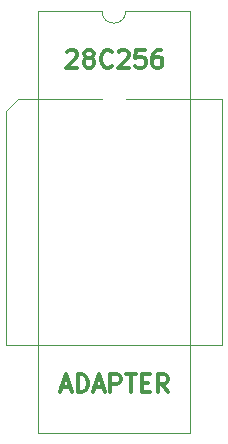
<source format=gbr>
%TF.GenerationSoftware,KiCad,Pcbnew,9.0.5*%
%TF.CreationDate,2025-10-26T17:33:29-05:00*%
%TF.ProjectId,28c256,32386332-3536-42e6-9b69-6361645f7063,rev?*%
%TF.SameCoordinates,Original*%
%TF.FileFunction,Legend,Top*%
%TF.FilePolarity,Positive*%
%FSLAX46Y46*%
G04 Gerber Fmt 4.6, Leading zero omitted, Abs format (unit mm)*
G04 Created by KiCad (PCBNEW 9.0.5) date 2025-10-26 17:33:29*
%MOMM*%
%LPD*%
G01*
G04 APERTURE LIST*
%ADD10C,0.300000*%
%ADD11C,0.120000*%
G04 APERTURE END LIST*
D10*
X126848082Y-108116007D02*
X127562368Y-108116007D01*
X126705225Y-108544578D02*
X127205225Y-107044578D01*
X127205225Y-107044578D02*
X127705225Y-108544578D01*
X128205224Y-108544578D02*
X128205224Y-107044578D01*
X128205224Y-107044578D02*
X128562367Y-107044578D01*
X128562367Y-107044578D02*
X128776653Y-107116007D01*
X128776653Y-107116007D02*
X128919510Y-107258864D01*
X128919510Y-107258864D02*
X128990939Y-107401721D01*
X128990939Y-107401721D02*
X129062367Y-107687435D01*
X129062367Y-107687435D02*
X129062367Y-107901721D01*
X129062367Y-107901721D02*
X128990939Y-108187435D01*
X128990939Y-108187435D02*
X128919510Y-108330292D01*
X128919510Y-108330292D02*
X128776653Y-108473150D01*
X128776653Y-108473150D02*
X128562367Y-108544578D01*
X128562367Y-108544578D02*
X128205224Y-108544578D01*
X129633796Y-108116007D02*
X130348082Y-108116007D01*
X129490939Y-108544578D02*
X129990939Y-107044578D01*
X129990939Y-107044578D02*
X130490939Y-108544578D01*
X130990938Y-108544578D02*
X130990938Y-107044578D01*
X130990938Y-107044578D02*
X131562367Y-107044578D01*
X131562367Y-107044578D02*
X131705224Y-107116007D01*
X131705224Y-107116007D02*
X131776653Y-107187435D01*
X131776653Y-107187435D02*
X131848081Y-107330292D01*
X131848081Y-107330292D02*
X131848081Y-107544578D01*
X131848081Y-107544578D02*
X131776653Y-107687435D01*
X131776653Y-107687435D02*
X131705224Y-107758864D01*
X131705224Y-107758864D02*
X131562367Y-107830292D01*
X131562367Y-107830292D02*
X130990938Y-107830292D01*
X132276653Y-107044578D02*
X133133796Y-107044578D01*
X132705224Y-108544578D02*
X132705224Y-107044578D01*
X133633795Y-107758864D02*
X134133795Y-107758864D01*
X134348081Y-108544578D02*
X133633795Y-108544578D01*
X133633795Y-108544578D02*
X133633795Y-107044578D01*
X133633795Y-107044578D02*
X134348081Y-107044578D01*
X135848081Y-108544578D02*
X135348081Y-107830292D01*
X134990938Y-108544578D02*
X134990938Y-107044578D01*
X134990938Y-107044578D02*
X135562367Y-107044578D01*
X135562367Y-107044578D02*
X135705224Y-107116007D01*
X135705224Y-107116007D02*
X135776653Y-107187435D01*
X135776653Y-107187435D02*
X135848081Y-107330292D01*
X135848081Y-107330292D02*
X135848081Y-107544578D01*
X135848081Y-107544578D02*
X135776653Y-107687435D01*
X135776653Y-107687435D02*
X135705224Y-107758864D01*
X135705224Y-107758864D02*
X135562367Y-107830292D01*
X135562367Y-107830292D02*
X134990938Y-107830292D01*
X127324332Y-79723685D02*
X127395760Y-79652257D01*
X127395760Y-79652257D02*
X127538618Y-79580828D01*
X127538618Y-79580828D02*
X127895760Y-79580828D01*
X127895760Y-79580828D02*
X128038618Y-79652257D01*
X128038618Y-79652257D02*
X128110046Y-79723685D01*
X128110046Y-79723685D02*
X128181475Y-79866542D01*
X128181475Y-79866542D02*
X128181475Y-80009400D01*
X128181475Y-80009400D02*
X128110046Y-80223685D01*
X128110046Y-80223685D02*
X127252903Y-81080828D01*
X127252903Y-81080828D02*
X128181475Y-81080828D01*
X129038617Y-80223685D02*
X128895760Y-80152257D01*
X128895760Y-80152257D02*
X128824331Y-80080828D01*
X128824331Y-80080828D02*
X128752903Y-79937971D01*
X128752903Y-79937971D02*
X128752903Y-79866542D01*
X128752903Y-79866542D02*
X128824331Y-79723685D01*
X128824331Y-79723685D02*
X128895760Y-79652257D01*
X128895760Y-79652257D02*
X129038617Y-79580828D01*
X129038617Y-79580828D02*
X129324331Y-79580828D01*
X129324331Y-79580828D02*
X129467189Y-79652257D01*
X129467189Y-79652257D02*
X129538617Y-79723685D01*
X129538617Y-79723685D02*
X129610046Y-79866542D01*
X129610046Y-79866542D02*
X129610046Y-79937971D01*
X129610046Y-79937971D02*
X129538617Y-80080828D01*
X129538617Y-80080828D02*
X129467189Y-80152257D01*
X129467189Y-80152257D02*
X129324331Y-80223685D01*
X129324331Y-80223685D02*
X129038617Y-80223685D01*
X129038617Y-80223685D02*
X128895760Y-80295114D01*
X128895760Y-80295114D02*
X128824331Y-80366542D01*
X128824331Y-80366542D02*
X128752903Y-80509400D01*
X128752903Y-80509400D02*
X128752903Y-80795114D01*
X128752903Y-80795114D02*
X128824331Y-80937971D01*
X128824331Y-80937971D02*
X128895760Y-81009400D01*
X128895760Y-81009400D02*
X129038617Y-81080828D01*
X129038617Y-81080828D02*
X129324331Y-81080828D01*
X129324331Y-81080828D02*
X129467189Y-81009400D01*
X129467189Y-81009400D02*
X129538617Y-80937971D01*
X129538617Y-80937971D02*
X129610046Y-80795114D01*
X129610046Y-80795114D02*
X129610046Y-80509400D01*
X129610046Y-80509400D02*
X129538617Y-80366542D01*
X129538617Y-80366542D02*
X129467189Y-80295114D01*
X129467189Y-80295114D02*
X129324331Y-80223685D01*
X131110045Y-80937971D02*
X131038617Y-81009400D01*
X131038617Y-81009400D02*
X130824331Y-81080828D01*
X130824331Y-81080828D02*
X130681474Y-81080828D01*
X130681474Y-81080828D02*
X130467188Y-81009400D01*
X130467188Y-81009400D02*
X130324331Y-80866542D01*
X130324331Y-80866542D02*
X130252902Y-80723685D01*
X130252902Y-80723685D02*
X130181474Y-80437971D01*
X130181474Y-80437971D02*
X130181474Y-80223685D01*
X130181474Y-80223685D02*
X130252902Y-79937971D01*
X130252902Y-79937971D02*
X130324331Y-79795114D01*
X130324331Y-79795114D02*
X130467188Y-79652257D01*
X130467188Y-79652257D02*
X130681474Y-79580828D01*
X130681474Y-79580828D02*
X130824331Y-79580828D01*
X130824331Y-79580828D02*
X131038617Y-79652257D01*
X131038617Y-79652257D02*
X131110045Y-79723685D01*
X131681474Y-79723685D02*
X131752902Y-79652257D01*
X131752902Y-79652257D02*
X131895760Y-79580828D01*
X131895760Y-79580828D02*
X132252902Y-79580828D01*
X132252902Y-79580828D02*
X132395760Y-79652257D01*
X132395760Y-79652257D02*
X132467188Y-79723685D01*
X132467188Y-79723685D02*
X132538617Y-79866542D01*
X132538617Y-79866542D02*
X132538617Y-80009400D01*
X132538617Y-80009400D02*
X132467188Y-80223685D01*
X132467188Y-80223685D02*
X131610045Y-81080828D01*
X131610045Y-81080828D02*
X132538617Y-81080828D01*
X133895759Y-79580828D02*
X133181473Y-79580828D01*
X133181473Y-79580828D02*
X133110045Y-80295114D01*
X133110045Y-80295114D02*
X133181473Y-80223685D01*
X133181473Y-80223685D02*
X133324331Y-80152257D01*
X133324331Y-80152257D02*
X133681473Y-80152257D01*
X133681473Y-80152257D02*
X133824331Y-80223685D01*
X133824331Y-80223685D02*
X133895759Y-80295114D01*
X133895759Y-80295114D02*
X133967188Y-80437971D01*
X133967188Y-80437971D02*
X133967188Y-80795114D01*
X133967188Y-80795114D02*
X133895759Y-80937971D01*
X133895759Y-80937971D02*
X133824331Y-81009400D01*
X133824331Y-81009400D02*
X133681473Y-81080828D01*
X133681473Y-81080828D02*
X133324331Y-81080828D01*
X133324331Y-81080828D02*
X133181473Y-81009400D01*
X133181473Y-81009400D02*
X133110045Y-80937971D01*
X135252902Y-79580828D02*
X134967187Y-79580828D01*
X134967187Y-79580828D02*
X134824330Y-79652257D01*
X134824330Y-79652257D02*
X134752902Y-79723685D01*
X134752902Y-79723685D02*
X134610044Y-79937971D01*
X134610044Y-79937971D02*
X134538616Y-80223685D01*
X134538616Y-80223685D02*
X134538616Y-80795114D01*
X134538616Y-80795114D02*
X134610044Y-80937971D01*
X134610044Y-80937971D02*
X134681473Y-81009400D01*
X134681473Y-81009400D02*
X134824330Y-81080828D01*
X134824330Y-81080828D02*
X135110044Y-81080828D01*
X135110044Y-81080828D02*
X135252902Y-81009400D01*
X135252902Y-81009400D02*
X135324330Y-80937971D01*
X135324330Y-80937971D02*
X135395759Y-80795114D01*
X135395759Y-80795114D02*
X135395759Y-80437971D01*
X135395759Y-80437971D02*
X135324330Y-80295114D01*
X135324330Y-80295114D02*
X135252902Y-80223685D01*
X135252902Y-80223685D02*
X135110044Y-80152257D01*
X135110044Y-80152257D02*
X134824330Y-80152257D01*
X134824330Y-80152257D02*
X134681473Y-80223685D01*
X134681473Y-80223685D02*
X134610044Y-80295114D01*
X134610044Y-80295114D02*
X134538616Y-80437971D01*
D11*
%TO.C,U2*%
X122161250Y-84738750D02*
X122161250Y-104538750D01*
X122161250Y-104538750D02*
X140411250Y-104538750D01*
X123161250Y-83738750D02*
X122161250Y-84738750D01*
X130286250Y-83738750D02*
X123161250Y-83738750D01*
X140411250Y-83738750D02*
X132286250Y-83738750D01*
X140411250Y-104538750D02*
X140411250Y-83738750D01*
%TO.C,U1*%
X124826250Y-76298750D02*
X124826250Y-111978750D01*
X124826250Y-111978750D02*
X137746250Y-111978750D01*
X130286250Y-76298750D02*
X124826250Y-76298750D01*
X137746250Y-76298750D02*
X132286250Y-76298750D01*
X137746250Y-111978750D02*
X137746250Y-76298750D01*
X132286250Y-76298750D02*
G75*
G02*
X130286250Y-76298750I-1000000J0D01*
G01*
%TD*%
M02*

</source>
